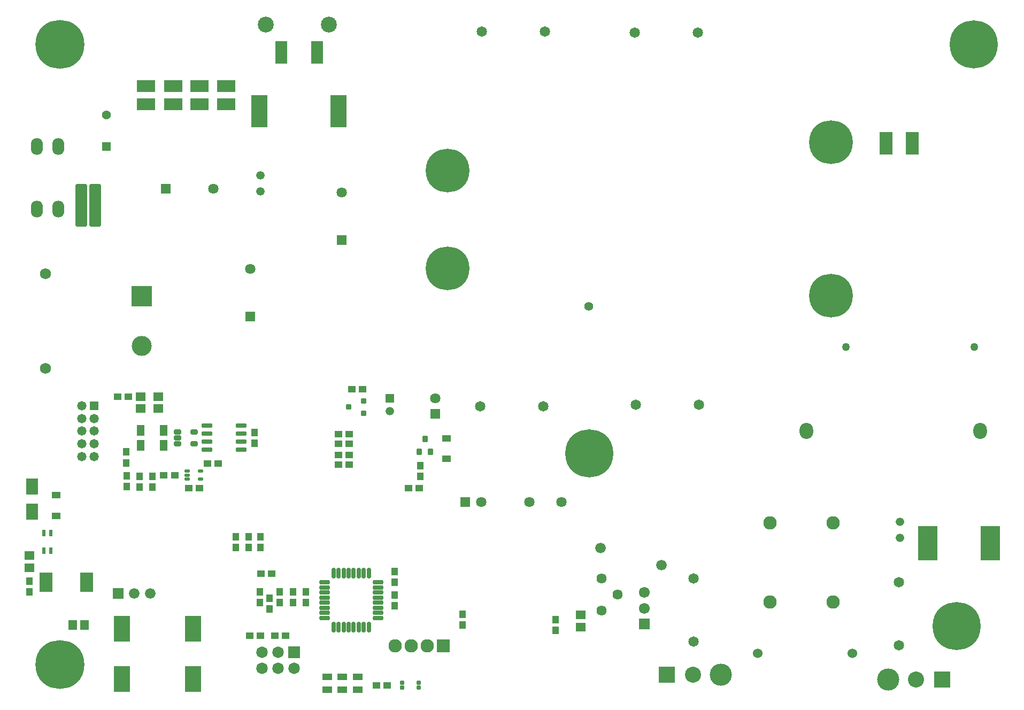
<source format=gts>
G04*
G04 #@! TF.GenerationSoftware,Altium Limited,Altium Designer,20.0.13 (296)*
G04*
G04 Layer_Color=8388736*
%FSLAX25Y25*%
%MOIN*%
G70*
G01*
G75*
G04:AMPARAMS|DCode=50|XSize=25.65mil|YSize=25.65mil|CornerRadius=4.71mil|HoleSize=0mil|Usage=FLASHONLY|Rotation=180.000|XOffset=0mil|YOffset=0mil|HoleType=Round|Shape=RoundedRectangle|*
%AMROUNDEDRECTD50*
21,1,0.02565,0.01624,0,0,180.0*
21,1,0.01624,0.02565,0,0,180.0*
1,1,0.00941,-0.00812,0.00812*
1,1,0.00941,0.00812,0.00812*
1,1,0.00941,0.00812,-0.00812*
1,1,0.00941,-0.00812,-0.00812*
%
%ADD50ROUNDEDRECTD50*%
%ADD51R,0.06287X0.04476*%
G04:AMPARAMS|DCode=52|XSize=71.12mil|YSize=263.91mil|CornerRadius=5.36mil|HoleSize=0mil|Usage=FLASHONLY|Rotation=0.000|XOffset=0mil|YOffset=0mil|HoleType=Round|Shape=RoundedRectangle|*
%AMROUNDEDRECTD52*
21,1,0.07112,0.25319,0,0,0.0*
21,1,0.06041,0.26391,0,0,0.0*
1,1,0.01071,0.03020,-0.12660*
1,1,0.01071,-0.03020,-0.12660*
1,1,0.01071,-0.03020,0.12660*
1,1,0.01071,0.03020,0.12660*
%
%ADD52ROUNDEDRECTD52*%
G04:AMPARAMS|DCode=53|XSize=36.5mil|YSize=40.43mil|CornerRadius=10.37mil|HoleSize=0mil|Usage=FLASHONLY|Rotation=180.000|XOffset=0mil|YOffset=0mil|HoleType=Round|Shape=RoundedRectangle|*
%AMROUNDEDRECTD53*
21,1,0.03650,0.01968,0,0,180.0*
21,1,0.01575,0.04043,0,0,180.0*
1,1,0.02075,-0.00787,0.00984*
1,1,0.02075,0.00787,0.00984*
1,1,0.02075,0.00787,-0.00984*
1,1,0.02075,-0.00787,-0.00984*
%
%ADD53ROUNDEDRECTD53*%
G04:AMPARAMS|DCode=54|XSize=32.17mil|YSize=43.98mil|CornerRadius=5.9mil|HoleSize=0mil|Usage=FLASHONLY|Rotation=90.000|XOffset=0mil|YOffset=0mil|HoleType=Round|Shape=RoundedRectangle|*
%AMROUNDEDRECTD54*
21,1,0.03217,0.03219,0,0,90.0*
21,1,0.02037,0.04398,0,0,90.0*
1,1,0.01179,0.01609,0.01019*
1,1,0.01179,0.01609,-0.01019*
1,1,0.01179,-0.01609,-0.01019*
1,1,0.01179,-0.01609,0.01019*
%
%ADD54ROUNDEDRECTD54*%
G04:AMPARAMS|DCode=55|XSize=26.65mil|YSize=64.06mil|CornerRadius=7.91mil|HoleSize=0mil|Usage=FLASHONLY|Rotation=180.000|XOffset=0mil|YOffset=0mil|HoleType=Round|Shape=RoundedRectangle|*
%AMROUNDEDRECTD55*
21,1,0.02665,0.04823,0,0,180.0*
21,1,0.01083,0.06406,0,0,180.0*
1,1,0.01583,-0.00541,0.02411*
1,1,0.01583,0.00541,0.02411*
1,1,0.01583,0.00541,-0.02411*
1,1,0.01583,-0.00541,-0.02411*
%
%ADD55ROUNDEDRECTD55*%
G04:AMPARAMS|DCode=56|XSize=26.65mil|YSize=64.06mil|CornerRadius=7.91mil|HoleSize=0mil|Usage=FLASHONLY|Rotation=270.000|XOffset=0mil|YOffset=0mil|HoleType=Round|Shape=RoundedRectangle|*
%AMROUNDEDRECTD56*
21,1,0.02665,0.04823,0,0,270.0*
21,1,0.01083,0.06406,0,0,270.0*
1,1,0.01583,-0.02411,-0.00541*
1,1,0.01583,-0.02411,0.00541*
1,1,0.01583,0.02411,0.00541*
1,1,0.01583,0.02411,-0.00541*
%
%ADD56ROUNDEDRECTD56*%
G04:AMPARAMS|DCode=57|XSize=35.71mil|YSize=35.71mil|CornerRadius=10.18mil|HoleSize=0mil|Usage=FLASHONLY|Rotation=270.000|XOffset=0mil|YOffset=0mil|HoleType=Round|Shape=RoundedRectangle|*
%AMROUNDEDRECTD57*
21,1,0.03571,0.01535,0,0,270.0*
21,1,0.01535,0.03571,0,0,270.0*
1,1,0.02035,-0.00768,-0.00768*
1,1,0.02035,-0.00768,0.00768*
1,1,0.02035,0.00768,0.00768*
1,1,0.02035,0.00768,-0.00768*
%
%ADD57ROUNDEDRECTD57*%
%ADD58R,0.04800X0.04400*%
%ADD59R,0.04400X0.04800*%
%ADD60R,0.05618X0.06406*%
%ADD61R,0.06406X0.05618*%
%ADD62R,0.07980X0.13886*%
%ADD63R,0.04831X0.04437*%
%ADD64R,0.04437X0.04831*%
%ADD65R,0.11500X0.07300*%
%ADD66R,0.08374X0.12311*%
%ADD67R,0.07800X0.13900*%
%ADD68R,0.11917X0.21760*%
%ADD69R,0.10343X0.20185*%
%ADD70R,0.02075X0.04043*%
%ADD71R,0.05303X0.04083*%
%ADD72R,0.10343X0.16248*%
G04:AMPARAMS|DCode=73|XSize=66.02mil|YSize=28.62mil|CornerRadius=8.41mil|HoleSize=0mil|Usage=FLASHONLY|Rotation=180.000|XOffset=0mil|YOffset=0mil|HoleType=Round|Shape=RoundedRectangle|*
%AMROUNDEDRECTD73*
21,1,0.06602,0.01181,0,0,180.0*
21,1,0.04921,0.02862,0,0,180.0*
1,1,0.01681,-0.02461,0.00591*
1,1,0.01681,0.02461,0.00591*
1,1,0.01681,0.02461,-0.00591*
1,1,0.01681,-0.02461,-0.00591*
%
%ADD73ROUNDEDRECTD73*%
%ADD74R,0.05299X0.04098*%
%ADD75R,0.04800X0.06800*%
%ADD76R,0.07193X0.10343*%
G04:AMPARAMS|DCode=77|XSize=20.75mil|YSize=30.59mil|CornerRadius=4.47mil|HoleSize=0mil|Usage=FLASHONLY|Rotation=90.000|XOffset=0mil|YOffset=0mil|HoleType=Round|Shape=RoundedRectangle|*
%AMROUNDEDRECTD77*
21,1,0.02075,0.02165,0,0,90.0*
21,1,0.01181,0.03059,0,0,90.0*
1,1,0.00894,0.01083,0.00591*
1,1,0.00894,0.01083,-0.00591*
1,1,0.00894,-0.01083,-0.00591*
1,1,0.00894,-0.01083,0.00591*
%
%ADD77ROUNDEDRECTD77*%
%ADD78O,0.07500X0.10500*%
%ADD79C,0.06366*%
%ADD80R,0.07193X0.07193*%
%ADD81C,0.07193*%
%ADD82C,0.05500*%
%ADD83C,0.27272*%
%ADD84C,0.06602*%
%ADD85C,0.13800*%
%ADD86C,0.10000*%
%ADD87R,0.10000X0.10000*%
%ADD88R,0.12500X0.12500*%
%ADD89C,0.12500*%
%ADD90C,0.06800*%
%ADD91C,0.08374*%
%ADD92R,0.08374X0.08374*%
%ADD93R,0.06602X0.06602*%
%ADD94C,0.30000*%
%ADD95C,0.05815*%
%ADD96R,0.05815X0.05815*%
%ADD97C,0.05224*%
%ADD98C,0.06437*%
%ADD99R,0.06437X0.06437*%
%ADD100C,0.06406*%
%ADD101R,0.06406X0.06406*%
%ADD102R,0.05618X0.05618*%
%ADD103C,0.05618*%
%ADD104C,0.05000*%
%ADD105C,0.30500*%
%ADD106R,0.05224X0.05224*%
%ADD107R,0.06760X0.06760*%
%ADD108C,0.06760*%
%ADD109C,0.06012*%
%ADD110O,0.08500X0.10000*%
%ADD111C,0.06500*%
%ADD112R,0.06437X0.06437*%
%ADD113C,0.09949*%
%ADD114R,0.06406X0.06406*%
D50*
X248171Y7524D02*
D03*
Y10476D02*
D03*
X237738Y7524D02*
D03*
Y10476D02*
D03*
D51*
X191000Y14022D02*
D03*
Y6305D02*
D03*
X200534Y14022D02*
D03*
Y6305D02*
D03*
X210104Y14022D02*
D03*
Y6305D02*
D03*
D52*
X46340Y308287D02*
D03*
X37660D02*
D03*
D53*
X252000Y162437D02*
D03*
X255543Y154563D02*
D03*
X248457D02*
D03*
D54*
X107945Y167000D02*
D03*
Y159520D02*
D03*
X97748D02*
D03*
Y163260D02*
D03*
Y167000D02*
D03*
D55*
X217024Y45268D02*
D03*
X213874D02*
D03*
X210724D02*
D03*
X207575D02*
D03*
X204425D02*
D03*
X201276D02*
D03*
X198126D02*
D03*
X194976D02*
D03*
Y78732D02*
D03*
X198126D02*
D03*
X201276D02*
D03*
X204425D02*
D03*
X207575D02*
D03*
X210724D02*
D03*
X213874D02*
D03*
X217024D02*
D03*
D56*
X189268Y50976D02*
D03*
Y54126D02*
D03*
Y57276D02*
D03*
Y60425D02*
D03*
Y63575D02*
D03*
Y66724D02*
D03*
Y69874D02*
D03*
Y73024D02*
D03*
X222732D02*
D03*
Y69874D02*
D03*
Y66724D02*
D03*
Y63575D02*
D03*
Y60425D02*
D03*
Y57276D02*
D03*
Y54126D02*
D03*
Y50976D02*
D03*
D57*
X213599Y178667D02*
D03*
Y186147D02*
D03*
X204584Y182407D02*
D03*
D58*
X158300Y40000D02*
D03*
X164992D02*
D03*
X149346D02*
D03*
X142654D02*
D03*
X213193Y193500D02*
D03*
X206500D02*
D03*
X241764Y132000D02*
D03*
X248457D02*
D03*
X95943Y140000D02*
D03*
X89250D02*
D03*
X149653Y78500D02*
D03*
X156346D02*
D03*
X221654Y9000D02*
D03*
X228346D02*
D03*
X123193Y147260D02*
D03*
X116500D02*
D03*
X204783Y159500D02*
D03*
X198091D02*
D03*
X204783Y152500D02*
D03*
X198091D02*
D03*
X198091Y165500D02*
D03*
X204784D02*
D03*
X198091Y146500D02*
D03*
X204784D02*
D03*
D59*
X155146Y56653D02*
D03*
Y63346D02*
D03*
X249000Y139154D02*
D03*
Y145846D02*
D03*
X73943Y132653D02*
D03*
Y139347D02*
D03*
X65943Y139497D02*
D03*
Y132803D02*
D03*
X142000Y94807D02*
D03*
Y101500D02*
D03*
X134000Y101500D02*
D03*
Y94807D02*
D03*
X65831Y147662D02*
D03*
Y154362D02*
D03*
X149150Y67350D02*
D03*
Y60650D02*
D03*
D60*
X39740Y46500D02*
D03*
X32260D02*
D03*
D61*
X74847Y189000D02*
D03*
Y181520D02*
D03*
X85847Y181520D02*
D03*
Y189000D02*
D03*
X349000Y45273D02*
D03*
Y52753D02*
D03*
X5500Y82260D02*
D03*
Y89740D02*
D03*
D62*
X539577Y347000D02*
D03*
X555777D02*
D03*
D63*
X104596Y132000D02*
D03*
X111289D02*
D03*
X67000Y189000D02*
D03*
X60307D02*
D03*
D64*
X81943Y139347D02*
D03*
Y132653D02*
D03*
X5500Y73937D02*
D03*
Y67244D02*
D03*
X233000Y73307D02*
D03*
Y80000D02*
D03*
Y58653D02*
D03*
Y65346D02*
D03*
X149500Y101500D02*
D03*
Y94807D02*
D03*
X177800Y67347D02*
D03*
Y60654D02*
D03*
X169800Y67347D02*
D03*
Y60654D02*
D03*
X161300Y67347D02*
D03*
Y60654D02*
D03*
X145846Y166606D02*
D03*
Y159913D02*
D03*
X275500Y46654D02*
D03*
Y53347D02*
D03*
X333500Y43154D02*
D03*
Y49846D02*
D03*
D65*
X128000Y382500D02*
D03*
Y371100D02*
D03*
X111500Y382500D02*
D03*
Y371100D02*
D03*
X95000Y382500D02*
D03*
Y371100D02*
D03*
X78000Y382500D02*
D03*
Y371100D02*
D03*
D66*
X15902Y73300D02*
D03*
X41098D02*
D03*
D67*
X184650Y403500D02*
D03*
X162350D02*
D03*
D68*
X604488Y97500D02*
D03*
X565512D02*
D03*
D69*
X198106Y367000D02*
D03*
X148894D02*
D03*
D70*
X18895Y104012D02*
D03*
X14367D02*
D03*
X18895Y92988D02*
D03*
X14367D02*
D03*
D71*
X21946Y127437D02*
D03*
Y114563D02*
D03*
D72*
X107500Y44248D02*
D03*
Y12752D02*
D03*
X63000Y44248D02*
D03*
Y12752D02*
D03*
D73*
X137477Y165760D02*
D03*
Y170760D02*
D03*
Y155760D02*
D03*
Y160760D02*
D03*
X116217Y170760D02*
D03*
Y160760D02*
D03*
Y165760D02*
D03*
Y155760D02*
D03*
D74*
X265500Y162981D02*
D03*
Y150082D02*
D03*
D75*
X88946Y168010D02*
D03*
Y158510D02*
D03*
X74747Y168010D02*
D03*
Y158510D02*
D03*
D76*
X7000Y132874D02*
D03*
Y117126D02*
D03*
D77*
X111978Y142559D02*
D03*
Y137441D02*
D03*
X103908D02*
D03*
Y142559D02*
D03*
Y140000D02*
D03*
D78*
X10000Y305856D02*
D03*
Y344911D02*
D03*
X23386Y305856D02*
D03*
Y344911D02*
D03*
D79*
X362200Y75500D02*
D03*
X372200Y65500D02*
D03*
X362200Y55500D02*
D03*
D80*
X170500Y29500D02*
D03*
D81*
Y19500D02*
D03*
X160500Y29500D02*
D03*
Y19500D02*
D03*
X150500Y29500D02*
D03*
Y19500D02*
D03*
D82*
X354221Y245260D02*
D03*
D83*
X505000Y252000D02*
D03*
Y347500D02*
D03*
X266000Y330000D02*
D03*
Y269000D02*
D03*
D84*
X361300Y94500D02*
D03*
X399500Y83800D02*
D03*
X80803Y66142D02*
D03*
X70803D02*
D03*
D85*
X436500Y15500D02*
D03*
X540700Y12500D02*
D03*
D86*
X419000Y15500D02*
D03*
X558201Y12500D02*
D03*
D87*
X402701Y15500D02*
D03*
X574500Y12500D02*
D03*
D88*
X75300Y251641D02*
D03*
D89*
Y220460D02*
D03*
D90*
X15500Y206500D02*
D03*
Y265600D02*
D03*
D91*
X233563Y33500D02*
D03*
X253563D02*
D03*
X243563D02*
D03*
X506500Y110213D02*
D03*
Y61000D02*
D03*
X467130Y110213D02*
D03*
Y61000D02*
D03*
D92*
X263563Y33500D02*
D03*
D93*
X60803Y66142D02*
D03*
D94*
X354500Y153500D02*
D03*
X583500Y46000D02*
D03*
X594000Y408500D02*
D03*
D95*
X45874Y175248D02*
D03*
Y167374D02*
D03*
X38000Y175248D02*
D03*
Y183122D02*
D03*
Y167374D02*
D03*
X45874Y151626D02*
D03*
Y159500D02*
D03*
X38000Y151626D02*
D03*
Y159500D02*
D03*
D96*
X45874Y183122D02*
D03*
D97*
X149500Y317000D02*
D03*
Y327000D02*
D03*
X230000Y180000D02*
D03*
X548000Y111000D02*
D03*
Y101000D02*
D03*
D98*
X337000Y123315D02*
D03*
X287000D02*
D03*
X317000D02*
D03*
X258567Y187921D02*
D03*
D99*
X277000Y123315D02*
D03*
D100*
X200000Y316028D02*
D03*
X143000Y268528D02*
D03*
X120000Y318500D02*
D03*
D101*
X200000Y286500D02*
D03*
X143000Y239000D02*
D03*
D102*
X53500Y344815D02*
D03*
D103*
Y364500D02*
D03*
D104*
X514500Y220000D02*
D03*
X594539D02*
D03*
D105*
X24500Y22000D02*
D03*
Y408500D02*
D03*
D106*
X230000Y187874D02*
D03*
D107*
X388700Y47058D02*
D03*
D108*
Y66742D02*
D03*
Y56900D02*
D03*
D109*
X459445Y29000D02*
D03*
X518500D02*
D03*
D110*
X598000Y167500D02*
D03*
X489732D02*
D03*
D111*
X325685Y183000D02*
D03*
X286315D02*
D03*
X419579Y36315D02*
D03*
Y75685D02*
D03*
X422000Y415750D02*
D03*
X382630D02*
D03*
X326685Y416500D02*
D03*
X287315D02*
D03*
X547500Y73185D02*
D03*
Y33815D02*
D03*
X422685Y184000D02*
D03*
X383315D02*
D03*
D112*
X258567Y178079D02*
D03*
D113*
X192170Y420800D02*
D03*
X152800D02*
D03*
D114*
X90472Y318500D02*
D03*
M02*

</source>
